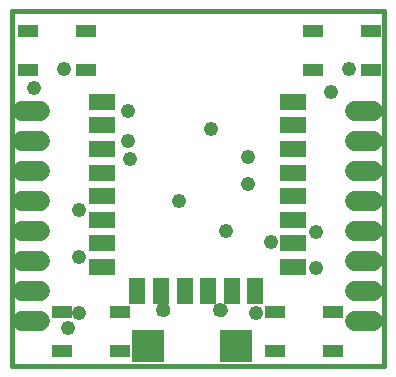
<source format=gts>
G75*
%MOIN*%
%OFA0B0*%
%FSLAX25Y25*%
%IPPOS*%
%LPD*%
%AMOC8*
5,1,8,0,0,1.08239X$1,22.5*
%
%ADD10C,0.01600*%
%ADD11R,0.08674X0.05524*%
%ADD12R,0.05524X0.08674*%
%ADD13R,0.10800X0.10800*%
%ADD14C,0.00000*%
%ADD15C,0.04934*%
%ADD16C,0.06800*%
%ADD17R,0.06706X0.04343*%
%ADD18C,0.04762*%
D10*
X0008250Y0005000D02*
X0008250Y0123110D01*
X0132266Y0123110D01*
X0132266Y0005000D01*
X0008250Y0005000D01*
D11*
X0038250Y0037874D03*
X0038250Y0045748D03*
X0038250Y0053622D03*
X0038250Y0061496D03*
X0038250Y0069370D03*
X0038250Y0077244D03*
X0038250Y0085118D03*
X0038250Y0092992D03*
X0102030Y0092992D03*
X0102030Y0085118D03*
X0102030Y0077244D03*
X0102030Y0069370D03*
X0102030Y0061496D03*
X0102030Y0053622D03*
X0102030Y0045748D03*
X0102030Y0037874D03*
D12*
X0089431Y0030000D03*
X0081557Y0030000D03*
X0073683Y0030000D03*
X0065809Y0030000D03*
X0057935Y0030000D03*
X0050061Y0030000D03*
D13*
X0053585Y0011693D03*
X0082915Y0011693D03*
D14*
X0075730Y0023622D02*
X0075732Y0023713D01*
X0075738Y0023803D01*
X0075748Y0023894D01*
X0075762Y0023983D01*
X0075780Y0024072D01*
X0075801Y0024161D01*
X0075827Y0024248D01*
X0075856Y0024334D01*
X0075890Y0024418D01*
X0075926Y0024501D01*
X0075967Y0024583D01*
X0076011Y0024662D01*
X0076058Y0024740D01*
X0076109Y0024815D01*
X0076163Y0024888D01*
X0076220Y0024958D01*
X0076280Y0025026D01*
X0076343Y0025092D01*
X0076409Y0025154D01*
X0076478Y0025213D01*
X0076549Y0025270D01*
X0076623Y0025323D01*
X0076699Y0025373D01*
X0076777Y0025420D01*
X0076857Y0025463D01*
X0076938Y0025502D01*
X0077022Y0025538D01*
X0077107Y0025570D01*
X0077193Y0025599D01*
X0077280Y0025623D01*
X0077369Y0025644D01*
X0077458Y0025661D01*
X0077548Y0025674D01*
X0077638Y0025683D01*
X0077729Y0025688D01*
X0077820Y0025689D01*
X0077910Y0025686D01*
X0078001Y0025679D01*
X0078091Y0025668D01*
X0078181Y0025653D01*
X0078270Y0025634D01*
X0078358Y0025612D01*
X0078444Y0025585D01*
X0078530Y0025555D01*
X0078614Y0025521D01*
X0078697Y0025483D01*
X0078778Y0025442D01*
X0078857Y0025397D01*
X0078934Y0025348D01*
X0079008Y0025297D01*
X0079081Y0025242D01*
X0079151Y0025184D01*
X0079218Y0025123D01*
X0079282Y0025059D01*
X0079344Y0024993D01*
X0079403Y0024923D01*
X0079458Y0024852D01*
X0079511Y0024777D01*
X0079560Y0024701D01*
X0079606Y0024623D01*
X0079648Y0024542D01*
X0079687Y0024460D01*
X0079722Y0024376D01*
X0079753Y0024291D01*
X0079780Y0024204D01*
X0079804Y0024117D01*
X0079824Y0024028D01*
X0079840Y0023939D01*
X0079852Y0023849D01*
X0079860Y0023758D01*
X0079864Y0023667D01*
X0079864Y0023577D01*
X0079860Y0023486D01*
X0079852Y0023395D01*
X0079840Y0023305D01*
X0079824Y0023216D01*
X0079804Y0023127D01*
X0079780Y0023040D01*
X0079753Y0022953D01*
X0079722Y0022868D01*
X0079687Y0022784D01*
X0079648Y0022702D01*
X0079606Y0022621D01*
X0079560Y0022543D01*
X0079511Y0022467D01*
X0079458Y0022392D01*
X0079403Y0022321D01*
X0079344Y0022251D01*
X0079282Y0022185D01*
X0079218Y0022121D01*
X0079151Y0022060D01*
X0079081Y0022002D01*
X0079008Y0021947D01*
X0078934Y0021896D01*
X0078857Y0021847D01*
X0078778Y0021802D01*
X0078697Y0021761D01*
X0078614Y0021723D01*
X0078530Y0021689D01*
X0078444Y0021659D01*
X0078358Y0021632D01*
X0078270Y0021610D01*
X0078181Y0021591D01*
X0078091Y0021576D01*
X0078001Y0021565D01*
X0077910Y0021558D01*
X0077820Y0021555D01*
X0077729Y0021556D01*
X0077638Y0021561D01*
X0077548Y0021570D01*
X0077458Y0021583D01*
X0077369Y0021600D01*
X0077280Y0021621D01*
X0077193Y0021645D01*
X0077107Y0021674D01*
X0077022Y0021706D01*
X0076938Y0021742D01*
X0076857Y0021781D01*
X0076777Y0021824D01*
X0076699Y0021871D01*
X0076623Y0021921D01*
X0076549Y0021974D01*
X0076478Y0022031D01*
X0076409Y0022090D01*
X0076343Y0022152D01*
X0076280Y0022218D01*
X0076220Y0022286D01*
X0076163Y0022356D01*
X0076109Y0022429D01*
X0076058Y0022504D01*
X0076011Y0022582D01*
X0075967Y0022661D01*
X0075926Y0022743D01*
X0075890Y0022826D01*
X0075856Y0022910D01*
X0075827Y0022996D01*
X0075801Y0023083D01*
X0075780Y0023172D01*
X0075762Y0023261D01*
X0075748Y0023350D01*
X0075738Y0023441D01*
X0075732Y0023531D01*
X0075730Y0023622D01*
X0056636Y0023622D02*
X0056638Y0023713D01*
X0056644Y0023803D01*
X0056654Y0023894D01*
X0056668Y0023983D01*
X0056686Y0024072D01*
X0056707Y0024161D01*
X0056733Y0024248D01*
X0056762Y0024334D01*
X0056796Y0024418D01*
X0056832Y0024501D01*
X0056873Y0024583D01*
X0056917Y0024662D01*
X0056964Y0024740D01*
X0057015Y0024815D01*
X0057069Y0024888D01*
X0057126Y0024958D01*
X0057186Y0025026D01*
X0057249Y0025092D01*
X0057315Y0025154D01*
X0057384Y0025213D01*
X0057455Y0025270D01*
X0057529Y0025323D01*
X0057605Y0025373D01*
X0057683Y0025420D01*
X0057763Y0025463D01*
X0057844Y0025502D01*
X0057928Y0025538D01*
X0058013Y0025570D01*
X0058099Y0025599D01*
X0058186Y0025623D01*
X0058275Y0025644D01*
X0058364Y0025661D01*
X0058454Y0025674D01*
X0058544Y0025683D01*
X0058635Y0025688D01*
X0058726Y0025689D01*
X0058816Y0025686D01*
X0058907Y0025679D01*
X0058997Y0025668D01*
X0059087Y0025653D01*
X0059176Y0025634D01*
X0059264Y0025612D01*
X0059350Y0025585D01*
X0059436Y0025555D01*
X0059520Y0025521D01*
X0059603Y0025483D01*
X0059684Y0025442D01*
X0059763Y0025397D01*
X0059840Y0025348D01*
X0059914Y0025297D01*
X0059987Y0025242D01*
X0060057Y0025184D01*
X0060124Y0025123D01*
X0060188Y0025059D01*
X0060250Y0024993D01*
X0060309Y0024923D01*
X0060364Y0024852D01*
X0060417Y0024777D01*
X0060466Y0024701D01*
X0060512Y0024623D01*
X0060554Y0024542D01*
X0060593Y0024460D01*
X0060628Y0024376D01*
X0060659Y0024291D01*
X0060686Y0024204D01*
X0060710Y0024117D01*
X0060730Y0024028D01*
X0060746Y0023939D01*
X0060758Y0023849D01*
X0060766Y0023758D01*
X0060770Y0023667D01*
X0060770Y0023577D01*
X0060766Y0023486D01*
X0060758Y0023395D01*
X0060746Y0023305D01*
X0060730Y0023216D01*
X0060710Y0023127D01*
X0060686Y0023040D01*
X0060659Y0022953D01*
X0060628Y0022868D01*
X0060593Y0022784D01*
X0060554Y0022702D01*
X0060512Y0022621D01*
X0060466Y0022543D01*
X0060417Y0022467D01*
X0060364Y0022392D01*
X0060309Y0022321D01*
X0060250Y0022251D01*
X0060188Y0022185D01*
X0060124Y0022121D01*
X0060057Y0022060D01*
X0059987Y0022002D01*
X0059914Y0021947D01*
X0059840Y0021896D01*
X0059763Y0021847D01*
X0059684Y0021802D01*
X0059603Y0021761D01*
X0059520Y0021723D01*
X0059436Y0021689D01*
X0059350Y0021659D01*
X0059264Y0021632D01*
X0059176Y0021610D01*
X0059087Y0021591D01*
X0058997Y0021576D01*
X0058907Y0021565D01*
X0058816Y0021558D01*
X0058726Y0021555D01*
X0058635Y0021556D01*
X0058544Y0021561D01*
X0058454Y0021570D01*
X0058364Y0021583D01*
X0058275Y0021600D01*
X0058186Y0021621D01*
X0058099Y0021645D01*
X0058013Y0021674D01*
X0057928Y0021706D01*
X0057844Y0021742D01*
X0057763Y0021781D01*
X0057683Y0021824D01*
X0057605Y0021871D01*
X0057529Y0021921D01*
X0057455Y0021974D01*
X0057384Y0022031D01*
X0057315Y0022090D01*
X0057249Y0022152D01*
X0057186Y0022218D01*
X0057126Y0022286D01*
X0057069Y0022356D01*
X0057015Y0022429D01*
X0056964Y0022504D01*
X0056917Y0022582D01*
X0056873Y0022661D01*
X0056832Y0022743D01*
X0056796Y0022826D01*
X0056762Y0022910D01*
X0056733Y0022996D01*
X0056707Y0023083D01*
X0056686Y0023172D01*
X0056668Y0023261D01*
X0056654Y0023350D01*
X0056644Y0023441D01*
X0056638Y0023531D01*
X0056636Y0023622D01*
D15*
X0058703Y0023622D03*
X0077797Y0023622D03*
D16*
X0122750Y0020000D02*
X0128750Y0020000D01*
X0128750Y0030000D02*
X0122750Y0030000D01*
X0122750Y0040000D02*
X0128750Y0040000D01*
X0128750Y0050000D02*
X0122750Y0050000D01*
X0122750Y0060000D02*
X0128750Y0060000D01*
X0128750Y0070000D02*
X0122750Y0070000D01*
X0122750Y0080000D02*
X0128750Y0080000D01*
X0128750Y0090000D02*
X0122750Y0090000D01*
X0017500Y0090000D02*
X0011500Y0090000D01*
X0011500Y0080000D02*
X0017500Y0080000D01*
X0017500Y0070000D02*
X0011500Y0070000D01*
X0011500Y0060000D02*
X0017500Y0060000D01*
X0017500Y0050000D02*
X0011500Y0050000D01*
X0011500Y0040000D02*
X0017500Y0040000D01*
X0017500Y0030000D02*
X0011500Y0030000D01*
X0011500Y0020000D02*
X0017500Y0020000D01*
D17*
X0024854Y0022746D03*
X0024854Y0009754D03*
X0044146Y0009754D03*
X0044146Y0022746D03*
X0096104Y0022746D03*
X0096104Y0009754D03*
X0115396Y0009754D03*
X0115396Y0022746D03*
X0108604Y0103504D03*
X0108604Y0116496D03*
X0127896Y0116496D03*
X0127896Y0103504D03*
X0032896Y0103504D03*
X0032896Y0116496D03*
X0013604Y0116496D03*
X0013604Y0103504D03*
D18*
X0015750Y0097500D03*
X0025750Y0103750D03*
X0047000Y0090000D03*
X0047000Y0080000D03*
X0047625Y0073750D03*
X0063875Y0060000D03*
X0079500Y0050000D03*
X0094500Y0046250D03*
X0109500Y0049375D03*
X0109500Y0037500D03*
X0125250Y0050000D03*
X0089500Y0022500D03*
X0087000Y0065625D03*
X0087000Y0074375D03*
X0074500Y0083750D03*
X0114500Y0096250D03*
X0120750Y0103750D03*
X0030750Y0056875D03*
X0030750Y0041250D03*
X0030750Y0022500D03*
X0027000Y0017500D03*
M02*

</source>
